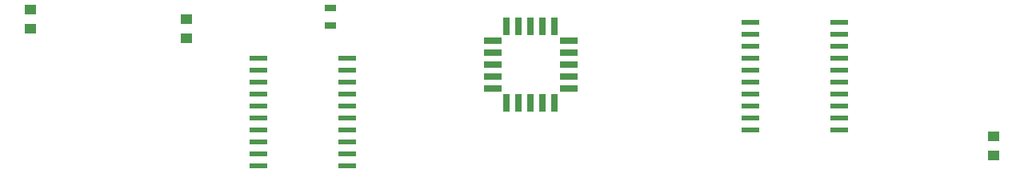
<source format=gbr>
%TF.GenerationSoftware,KiCad,Pcbnew,(5.1.9)-1*%
%TF.CreationDate,2021-01-17T12:11:35+11:00*%
%TF.ProjectId,SIMMCON,53494d4d-434f-44e2-9e6b-696361645f70,rev?*%
%TF.SameCoordinates,Original*%
%TF.FileFunction,Paste,Top*%
%TF.FilePolarity,Positive*%
%FSLAX46Y46*%
G04 Gerber Fmt 4.6, Leading zero omitted, Abs format (unit mm)*
G04 Created by KiCad (PCBNEW (5.1.9)-1) date 2021-01-17 12:11:35*
%MOMM*%
%LPD*%
G01*
G04 APERTURE LIST*
%ADD10R,1.300000X0.700000*%
%ADD11R,1.250000X1.000000*%
%ADD12R,0.700000X1.925000*%
%ADD13R,1.925000X0.700000*%
%ADD14R,1.950000X0.600000*%
G04 APERTURE END LIST*
D10*
%TO.C,R1*%
X82931000Y-115890000D03*
X82931000Y-117790000D03*
%TD*%
D11*
%TO.C,C4*%
X67691000Y-117110000D03*
X67691000Y-119110000D03*
%TD*%
%TO.C,C3*%
X153162000Y-131556000D03*
X153162000Y-129556000D03*
%TD*%
%TO.C,C2*%
X51181000Y-116110000D03*
X51181000Y-118110000D03*
%TD*%
D12*
%TO.C,U0*%
X104140000Y-117867500D03*
X102870000Y-117867500D03*
X101600000Y-117867500D03*
X105410000Y-117867500D03*
X106680000Y-117867500D03*
D13*
X100087500Y-119380000D03*
X100087500Y-120650000D03*
X100087500Y-121920000D03*
X100087500Y-123190000D03*
X100087500Y-124460000D03*
D12*
X101600000Y-125972500D03*
X102870000Y-125972500D03*
X104140000Y-125972500D03*
X105410000Y-125972500D03*
X106680000Y-125972500D03*
D13*
X108192500Y-124460000D03*
X108192500Y-123190000D03*
X108192500Y-121920000D03*
X108192500Y-120650000D03*
X108192500Y-119380000D03*
%TD*%
D14*
%TO.C,U2*%
X75310000Y-121285000D03*
X75310000Y-122555000D03*
X75310000Y-123825000D03*
X75310000Y-125095000D03*
X75310000Y-126365000D03*
X75310000Y-127635000D03*
X75310000Y-128905000D03*
X75310000Y-130175000D03*
X75310000Y-131445000D03*
X75310000Y-132715000D03*
X84710000Y-132715000D03*
X84710000Y-131445000D03*
X84710000Y-130175000D03*
X84710000Y-128905000D03*
X84710000Y-127635000D03*
X84710000Y-126365000D03*
X84710000Y-125095000D03*
X84710000Y-123825000D03*
X84710000Y-122555000D03*
X84710000Y-121285000D03*
%TD*%
%TO.C,U1*%
X136780000Y-128905000D03*
X136780000Y-127635000D03*
X136780000Y-126365000D03*
X136780000Y-125095000D03*
X136780000Y-123825000D03*
X136780000Y-122555000D03*
X136780000Y-121285000D03*
X136780000Y-120015000D03*
X136780000Y-118745000D03*
X136780000Y-117475000D03*
X127380000Y-117475000D03*
X127380000Y-118745000D03*
X127380000Y-120015000D03*
X127380000Y-121285000D03*
X127380000Y-122555000D03*
X127380000Y-123825000D03*
X127380000Y-125095000D03*
X127380000Y-126365000D03*
X127380000Y-127635000D03*
X127380000Y-128905000D03*
%TD*%
M02*

</source>
